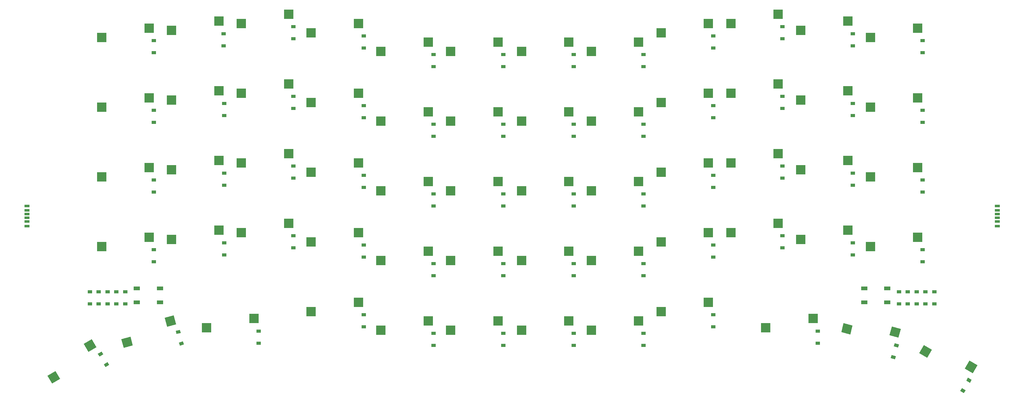
<source format=gbr>
G04 #@! TF.GenerationSoftware,KiCad,Pcbnew,(5.1.6)-1*
G04 #@! TF.CreationDate,2020-09-26T10:30:12+08:00*
G04 #@! TF.ProjectId,Cantaloupe,43616e74-616c-46f7-9570-652e6b696361,rev?*
G04 #@! TF.SameCoordinates,Original*
G04 #@! TF.FileFunction,Paste,Bot*
G04 #@! TF.FilePolarity,Positive*
%FSLAX46Y46*%
G04 Gerber Fmt 4.6, Leading zero omitted, Abs format (unit mm)*
G04 Created by KiCad (PCBNEW (5.1.6)-1) date 2020-09-26 10:30:12*
%MOMM*%
%LPD*%
G01*
G04 APERTURE LIST*
%ADD10R,2.550000X2.500000*%
%ADD11R,1.700000X1.000000*%
%ADD12R,1.400000X0.800000*%
%ADD13R,1.200000X0.900000*%
%ADD14C,0.100000*%
G04 APERTURE END LIST*
D10*
X191822394Y-68656207D03*
X204749394Y-66116207D03*
X249261594Y-120726200D03*
X262188594Y-118186200D03*
D11*
X112430000Y-133470000D03*
X106130000Y-133470000D03*
X112430000Y-137270000D03*
X106130000Y-137270000D03*
X311024000Y-133470000D03*
X304724000Y-133470000D03*
X311024000Y-137270000D03*
X304724000Y-137270000D03*
D12*
X76127600Y-114148451D03*
X76127600Y-115168451D03*
X76127600Y-116398451D03*
X76127600Y-110898451D03*
X76127600Y-112128451D03*
X76127600Y-113148451D03*
X341021600Y-113148451D03*
X341021600Y-112128451D03*
X341021600Y-110898451D03*
X341021600Y-116398451D03*
X341021600Y-115168451D03*
X341021600Y-114148451D03*
D10*
X306411595Y-121996203D03*
X319338595Y-119456203D03*
D13*
X100545395Y-134411206D03*
X100545395Y-137711206D03*
X93306401Y-137711202D03*
X93306401Y-134411202D03*
X98132395Y-134411203D03*
X98132395Y-137711203D03*
X95719395Y-134411204D03*
X95719395Y-137711204D03*
X102958394Y-134411203D03*
X102958394Y-137711203D03*
X323847592Y-134411203D03*
X323847592Y-137711203D03*
X314195598Y-134411203D03*
X314195598Y-137711203D03*
X321434594Y-134411204D03*
X321434594Y-137711204D03*
X316608596Y-134411202D03*
X316608596Y-137711202D03*
X319021595Y-134411203D03*
X319021595Y-137711203D03*
D10*
X306411593Y-83896204D03*
X319338593Y-81356204D03*
D13*
X320640346Y-84786206D03*
X320640346Y-88086206D03*
D10*
X211161597Y-68656205D03*
X224088597Y-66116205D03*
X211161600Y-87706200D03*
X224088600Y-85166200D03*
X211161591Y-106756201D03*
X224088591Y-104216201D03*
X211161594Y-125806203D03*
X224088594Y-123266203D03*
X211161593Y-144856205D03*
X224088593Y-142316205D03*
X230211595Y-87706205D03*
X243138595Y-85166205D03*
X230211593Y-106756202D03*
X243138593Y-104216202D03*
X230211595Y-125806201D03*
X243138595Y-123266201D03*
X230211594Y-144856201D03*
X243138594Y-142316201D03*
X249261595Y-63576206D03*
X262188595Y-61036206D03*
X249261594Y-82626201D03*
X262188594Y-80086201D03*
X249261591Y-101676206D03*
X262188591Y-99136206D03*
X249261594Y-139776203D03*
X262188594Y-137236203D03*
X268311597Y-61036202D03*
X281238597Y-58496202D03*
X268311595Y-80086204D03*
X281238595Y-77546204D03*
X268311595Y-118186201D03*
X281238595Y-115646201D03*
X287361596Y-62941205D03*
X300288596Y-60401205D03*
X287361597Y-81991205D03*
X300288597Y-79451205D03*
X287361596Y-101041202D03*
X300288596Y-98501202D03*
X277836595Y-144221203D03*
X290763595Y-141681203D03*
X306411592Y-102946204D03*
X319338592Y-100406204D03*
D14*
G36*
X301550291Y-143615910D02*
G01*
X300903244Y-146030725D01*
X298440133Y-145370736D01*
X299087180Y-142955921D01*
X301550291Y-143615910D01*
G37*
G36*
X314694214Y-144508213D02*
G01*
X314047167Y-146923028D01*
X311584056Y-146263039D01*
X312231103Y-143848224D01*
X314694214Y-144508213D01*
G37*
G36*
X323162072Y-150216193D02*
G01*
X321912072Y-152381257D01*
X319703708Y-151106257D01*
X320953708Y-148941193D01*
X323162072Y-150216193D01*
G37*
G36*
X335627182Y-154479989D02*
G01*
X334377182Y-156645053D01*
X332168818Y-155370053D01*
X333418818Y-153204989D01*
X335627182Y-154479989D01*
G37*
D10*
X191822392Y-87706201D03*
X204749392Y-85166201D03*
X191822401Y-106756201D03*
X204749401Y-104216201D03*
X191822396Y-125806202D03*
X204749396Y-123266202D03*
X191822399Y-144856203D03*
X204749399Y-142316203D03*
X172772395Y-68656202D03*
X185699395Y-66116202D03*
X172772393Y-87706204D03*
X185699393Y-85166204D03*
X172772396Y-106756203D03*
X185699396Y-104216203D03*
X172772396Y-125806202D03*
X185699396Y-123266202D03*
X172772396Y-144856201D03*
X185699396Y-142316201D03*
X153722395Y-63576203D03*
X166649395Y-61036203D03*
X153722393Y-101676203D03*
X166649393Y-99136203D03*
X153722396Y-139776200D03*
X166649396Y-137236200D03*
X134672393Y-61036202D03*
X147599393Y-58496202D03*
X134672398Y-80086206D03*
X147599398Y-77546206D03*
X134672398Y-118186204D03*
X147599398Y-115646204D03*
X115622395Y-62941207D03*
X128549395Y-60401207D03*
X115622396Y-81991205D03*
X128549396Y-79451205D03*
X115622396Y-101041205D03*
X128549396Y-98501205D03*
X115622393Y-120091203D03*
X128549393Y-117551203D03*
X125147393Y-144221204D03*
X138074393Y-141681204D03*
X96572389Y-64846200D03*
X109499389Y-62306200D03*
X96572398Y-83896203D03*
X109499398Y-81356203D03*
X96572396Y-102946202D03*
X109499396Y-100406202D03*
X96572395Y-121996203D03*
X109499395Y-119456203D03*
D14*
G36*
X104379644Y-146623383D02*
G01*
X105026691Y-149038198D01*
X102563580Y-149698187D01*
X101916533Y-147283372D01*
X104379644Y-146623383D01*
G37*
G36*
X116208767Y-140824178D02*
G01*
X116855814Y-143238993D01*
X114392703Y-143898982D01*
X113745656Y-141484167D01*
X116208767Y-140824178D01*
G37*
G36*
X83928700Y-156026193D02*
G01*
X85178700Y-158191257D01*
X82970336Y-159466257D01*
X81720336Y-157301193D01*
X83928700Y-156026193D01*
G37*
G36*
X93853810Y-147362989D02*
G01*
X95103810Y-149528053D01*
X92895446Y-150803053D01*
X91645446Y-148637989D01*
X93853810Y-147362989D01*
G37*
D10*
X306411597Y-64846202D03*
X319338597Y-62306202D03*
X268311595Y-99136205D03*
X281238595Y-96596205D03*
X230211592Y-68656200D03*
X243138592Y-66116200D03*
X287361597Y-120091208D03*
X300288597Y-117551208D03*
X134672395Y-99136203D03*
X147599395Y-96596203D03*
X153722397Y-120726203D03*
X166649397Y-118186203D03*
X153722396Y-82626204D03*
X166649396Y-80086204D03*
D13*
X320640347Y-65736203D03*
X320640347Y-69036203D03*
D14*
G36*
X333604960Y-159236070D02*
G01*
X332565730Y-158636070D01*
X333015730Y-157856648D01*
X334054960Y-158456648D01*
X333604960Y-159236070D01*
G37*
G36*
X331954960Y-162093954D02*
G01*
X330915730Y-161493954D01*
X331365730Y-160714532D01*
X332404960Y-161314532D01*
X331954960Y-162093954D01*
G37*
D13*
X244440345Y-126696204D03*
X244440345Y-129996204D03*
X263490345Y-102566206D03*
X263490345Y-105866206D03*
X301590347Y-120981206D03*
X301590347Y-124281206D03*
X225390344Y-107646203D03*
X225390344Y-110946203D03*
X282381593Y-119076202D03*
X282381593Y-122376202D03*
X225390345Y-126696204D03*
X225390345Y-129996204D03*
X225390344Y-88596205D03*
X225390344Y-91896205D03*
X244440345Y-69546204D03*
X244440345Y-72846204D03*
X301590348Y-101931208D03*
X301590348Y-105231208D03*
X282381595Y-80976206D03*
X282381595Y-84276206D03*
X244440345Y-88596201D03*
X244440345Y-91896201D03*
D14*
G36*
X313971867Y-149625627D02*
G01*
X312812756Y-149315044D01*
X313045693Y-148445711D01*
X314204804Y-148756294D01*
X313971867Y-149625627D01*
G37*
G36*
X313117765Y-152813183D02*
G01*
X311958654Y-152502600D01*
X312191591Y-151633267D01*
X313350702Y-151943850D01*
X313117765Y-152813183D01*
G37*
D13*
X168109895Y-83516206D03*
X168109895Y-86816206D03*
X206209894Y-88596202D03*
X206209894Y-91896202D03*
X187159897Y-107646205D03*
X187159897Y-110946205D03*
X244440345Y-107646204D03*
X244440345Y-110946204D03*
X282381593Y-100026202D03*
X282381593Y-103326202D03*
X168109891Y-64466205D03*
X168109891Y-67766205D03*
X206209895Y-69546206D03*
X206209895Y-72846206D03*
X206209895Y-145746205D03*
X206209895Y-149046205D03*
X263490345Y-121616206D03*
X263490345Y-124916206D03*
X301590346Y-82881203D03*
X301590346Y-86181203D03*
X301590348Y-63831205D03*
X301590348Y-67131205D03*
X244440345Y-145746204D03*
X244440345Y-149046204D03*
X263490344Y-140666206D03*
X263490344Y-143966206D03*
X187159895Y-69546204D03*
X187159895Y-72846204D03*
X282381593Y-61926202D03*
X282381593Y-65226202D03*
X263490344Y-64466204D03*
X263490344Y-67766204D03*
X187159896Y-88596203D03*
X187159896Y-91896203D03*
X263490341Y-83516207D03*
X263490341Y-86816207D03*
X206209892Y-107646204D03*
X206209892Y-110946204D03*
X187159895Y-126696204D03*
X187159895Y-129996204D03*
X187159895Y-145746204D03*
X187159895Y-149046204D03*
X320640346Y-122886205D03*
X320640346Y-126186205D03*
X320640345Y-103836205D03*
X320640345Y-107136205D03*
X148901143Y-119076202D03*
X148901143Y-122376202D03*
X148901143Y-61926202D03*
X148901143Y-65226202D03*
X110801145Y-122886199D03*
X110801145Y-126186199D03*
D14*
G36*
X118141902Y-145617162D02*
G01*
X116982791Y-145927745D01*
X116749854Y-145058412D01*
X117908965Y-144747829D01*
X118141902Y-145617162D01*
G37*
G36*
X118996004Y-148804718D02*
G01*
X117836893Y-149115301D01*
X117603956Y-148245968D01*
X118763067Y-147935385D01*
X118996004Y-148804718D01*
G37*
G36*
X96961592Y-151492323D02*
G01*
X95922362Y-152092323D01*
X95472362Y-151312901D01*
X96511592Y-150712901D01*
X96961592Y-151492323D01*
G37*
G36*
X98611592Y-154350207D02*
G01*
X97572362Y-154950207D01*
X97122362Y-154170785D01*
X98161592Y-153570785D01*
X98611592Y-154350207D01*
G37*
D13*
X148901143Y-80976202D03*
X148901143Y-84276202D03*
X139376143Y-145111201D03*
X139376143Y-148411201D03*
X110801144Y-84786202D03*
X110801144Y-88086202D03*
X168109895Y-140666206D03*
X168109895Y-143966206D03*
X129851143Y-63831206D03*
X129851143Y-67131206D03*
X110801144Y-103836203D03*
X110801144Y-107136203D03*
X130009897Y-101931206D03*
X130009897Y-105231206D03*
X130009896Y-120981204D03*
X130009896Y-124281204D03*
X168109895Y-102566206D03*
X168109895Y-105866206D03*
X168109894Y-121616206D03*
X168109894Y-124916206D03*
X130009897Y-82881206D03*
X130009897Y-86181206D03*
X110801144Y-65736203D03*
X110801144Y-69036203D03*
X206209895Y-126696204D03*
X206209895Y-129996204D03*
X148901144Y-100026205D03*
X148901144Y-103326205D03*
X292065344Y-145111204D03*
X292065344Y-148411204D03*
X225390345Y-145746204D03*
X225390345Y-149046204D03*
X225390346Y-69546200D03*
X225390346Y-72846200D03*
M02*

</source>
